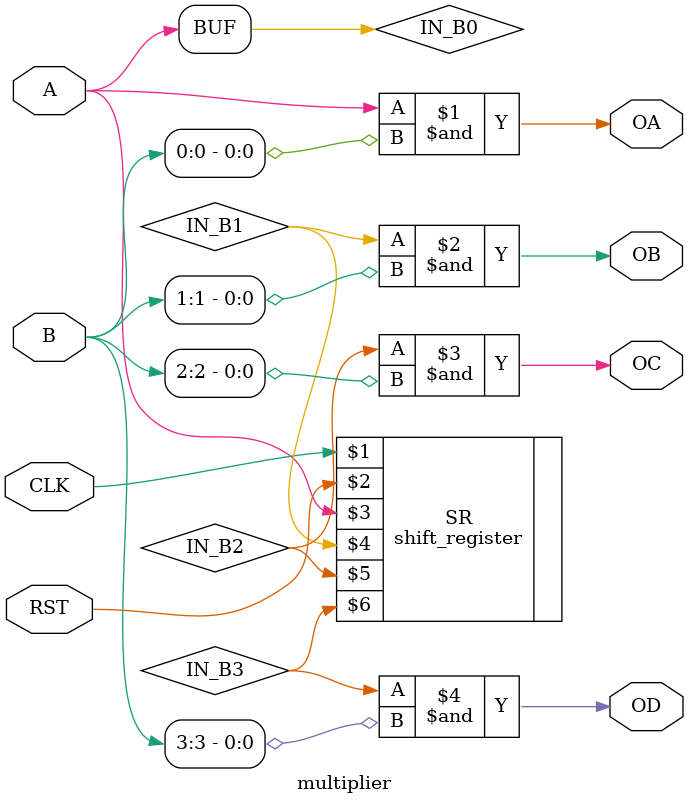
<source format=v>
module multiplier(CLK, RST, A, B, OA, OB, OC, OD);

input        CLK, RST;
input        A;
input  [3:0] B;
output       OA, OB, OC, OD;

wire IN_B0, IN_B1, IN_B2, IN_B3;

shift_register SR(CLK, RST, A, IN_B1, IN_B2, IN_B3);

assign IN_B0 = A;

assign OA = IN_B0 & B[0];
assign OB = IN_B1 & B[1];
assign OC = IN_B2 & B[2];
assign OD = IN_B3 & B[3];

endmodule
</source>
